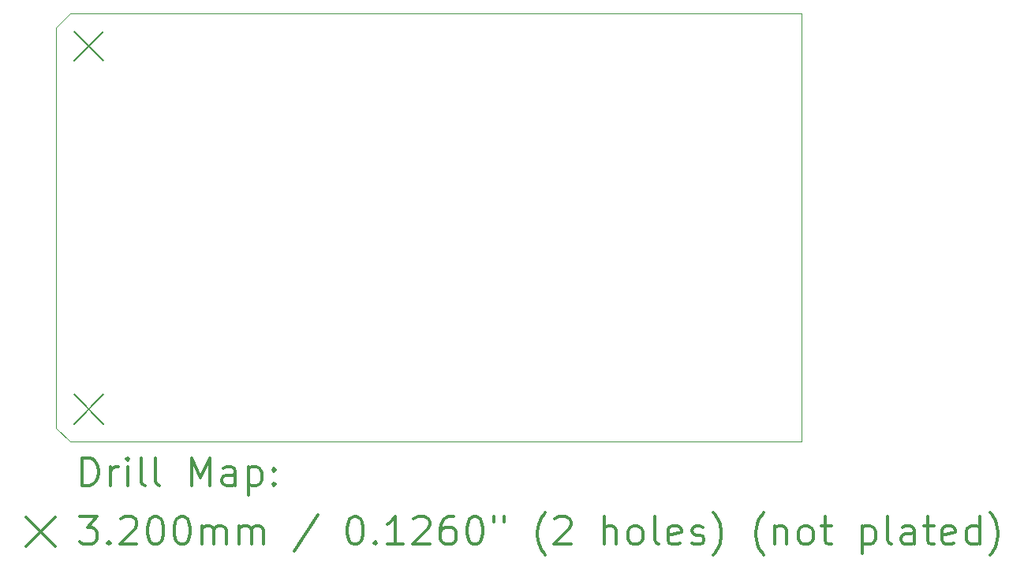
<source format=gbr>
%FSLAX45Y45*%
G04 Gerber Fmt 4.5, Leading zero omitted, Abs format (unit mm)*
G04 Created by KiCad (PCBNEW 5.1.10-88a1d61d58~88~ubuntu20.10.1) date 2021-05-13 17:52:19*
%MOMM*%
%LPD*%
G01*
G04 APERTURE LIST*
%TA.AperFunction,Profile*%
%ADD10C,0.100000*%
%TD*%
%ADD11C,0.200000*%
%ADD12C,0.300000*%
G04 APERTURE END LIST*
D10*
X6316000Y-8164000D02*
X6466000Y-8314000D01*
X6316000Y-3864000D02*
X6466000Y-3714000D01*
X14316000Y-8314000D02*
X6466000Y-8314000D01*
X14316000Y-3714000D02*
X14316000Y-8314000D01*
X6466000Y-3714000D02*
X14316000Y-3714000D01*
X6316000Y-8164000D02*
X6316000Y-3864000D01*
D11*
X6506000Y-3904000D02*
X6826000Y-4224000D01*
X6826000Y-3904000D02*
X6506000Y-4224000D01*
X6506000Y-7804000D02*
X6826000Y-8124000D01*
X6826000Y-7804000D02*
X6506000Y-8124000D01*
D12*
X6597428Y-8784714D02*
X6597428Y-8484714D01*
X6668857Y-8484714D01*
X6711714Y-8499000D01*
X6740286Y-8527572D01*
X6754571Y-8556143D01*
X6768857Y-8613286D01*
X6768857Y-8656143D01*
X6754571Y-8713286D01*
X6740286Y-8741857D01*
X6711714Y-8770429D01*
X6668857Y-8784714D01*
X6597428Y-8784714D01*
X6897428Y-8784714D02*
X6897428Y-8584714D01*
X6897428Y-8641857D02*
X6911714Y-8613286D01*
X6926000Y-8599000D01*
X6954571Y-8584714D01*
X6983143Y-8584714D01*
X7083143Y-8784714D02*
X7083143Y-8584714D01*
X7083143Y-8484714D02*
X7068857Y-8499000D01*
X7083143Y-8513286D01*
X7097428Y-8499000D01*
X7083143Y-8484714D01*
X7083143Y-8513286D01*
X7268857Y-8784714D02*
X7240286Y-8770429D01*
X7226000Y-8741857D01*
X7226000Y-8484714D01*
X7426000Y-8784714D02*
X7397428Y-8770429D01*
X7383143Y-8741857D01*
X7383143Y-8484714D01*
X7768857Y-8784714D02*
X7768857Y-8484714D01*
X7868857Y-8699000D01*
X7968857Y-8484714D01*
X7968857Y-8784714D01*
X8240286Y-8784714D02*
X8240286Y-8627572D01*
X8226000Y-8599000D01*
X8197428Y-8584714D01*
X8140286Y-8584714D01*
X8111714Y-8599000D01*
X8240286Y-8770429D02*
X8211714Y-8784714D01*
X8140286Y-8784714D01*
X8111714Y-8770429D01*
X8097428Y-8741857D01*
X8097428Y-8713286D01*
X8111714Y-8684714D01*
X8140286Y-8670429D01*
X8211714Y-8670429D01*
X8240286Y-8656143D01*
X8383143Y-8584714D02*
X8383143Y-8884714D01*
X8383143Y-8599000D02*
X8411714Y-8584714D01*
X8468857Y-8584714D01*
X8497428Y-8599000D01*
X8511714Y-8613286D01*
X8526000Y-8641857D01*
X8526000Y-8727572D01*
X8511714Y-8756143D01*
X8497428Y-8770429D01*
X8468857Y-8784714D01*
X8411714Y-8784714D01*
X8383143Y-8770429D01*
X8654571Y-8756143D02*
X8668857Y-8770429D01*
X8654571Y-8784714D01*
X8640286Y-8770429D01*
X8654571Y-8756143D01*
X8654571Y-8784714D01*
X8654571Y-8599000D02*
X8668857Y-8613286D01*
X8654571Y-8627572D01*
X8640286Y-8613286D01*
X8654571Y-8599000D01*
X8654571Y-8627572D01*
X5991000Y-9119000D02*
X6311000Y-9439000D01*
X6311000Y-9119000D02*
X5991000Y-9439000D01*
X6568857Y-9114714D02*
X6754571Y-9114714D01*
X6654571Y-9229000D01*
X6697428Y-9229000D01*
X6726000Y-9243286D01*
X6740286Y-9257572D01*
X6754571Y-9286143D01*
X6754571Y-9357572D01*
X6740286Y-9386143D01*
X6726000Y-9400429D01*
X6697428Y-9414714D01*
X6611714Y-9414714D01*
X6583143Y-9400429D01*
X6568857Y-9386143D01*
X6883143Y-9386143D02*
X6897428Y-9400429D01*
X6883143Y-9414714D01*
X6868857Y-9400429D01*
X6883143Y-9386143D01*
X6883143Y-9414714D01*
X7011714Y-9143286D02*
X7026000Y-9129000D01*
X7054571Y-9114714D01*
X7126000Y-9114714D01*
X7154571Y-9129000D01*
X7168857Y-9143286D01*
X7183143Y-9171857D01*
X7183143Y-9200429D01*
X7168857Y-9243286D01*
X6997428Y-9414714D01*
X7183143Y-9414714D01*
X7368857Y-9114714D02*
X7397428Y-9114714D01*
X7426000Y-9129000D01*
X7440286Y-9143286D01*
X7454571Y-9171857D01*
X7468857Y-9229000D01*
X7468857Y-9300429D01*
X7454571Y-9357572D01*
X7440286Y-9386143D01*
X7426000Y-9400429D01*
X7397428Y-9414714D01*
X7368857Y-9414714D01*
X7340286Y-9400429D01*
X7326000Y-9386143D01*
X7311714Y-9357572D01*
X7297428Y-9300429D01*
X7297428Y-9229000D01*
X7311714Y-9171857D01*
X7326000Y-9143286D01*
X7340286Y-9129000D01*
X7368857Y-9114714D01*
X7654571Y-9114714D02*
X7683143Y-9114714D01*
X7711714Y-9129000D01*
X7726000Y-9143286D01*
X7740286Y-9171857D01*
X7754571Y-9229000D01*
X7754571Y-9300429D01*
X7740286Y-9357572D01*
X7726000Y-9386143D01*
X7711714Y-9400429D01*
X7683143Y-9414714D01*
X7654571Y-9414714D01*
X7626000Y-9400429D01*
X7611714Y-9386143D01*
X7597428Y-9357572D01*
X7583143Y-9300429D01*
X7583143Y-9229000D01*
X7597428Y-9171857D01*
X7611714Y-9143286D01*
X7626000Y-9129000D01*
X7654571Y-9114714D01*
X7883143Y-9414714D02*
X7883143Y-9214714D01*
X7883143Y-9243286D02*
X7897428Y-9229000D01*
X7926000Y-9214714D01*
X7968857Y-9214714D01*
X7997428Y-9229000D01*
X8011714Y-9257572D01*
X8011714Y-9414714D01*
X8011714Y-9257572D02*
X8026000Y-9229000D01*
X8054571Y-9214714D01*
X8097428Y-9214714D01*
X8126000Y-9229000D01*
X8140286Y-9257572D01*
X8140286Y-9414714D01*
X8283143Y-9414714D02*
X8283143Y-9214714D01*
X8283143Y-9243286D02*
X8297428Y-9229000D01*
X8326000Y-9214714D01*
X8368857Y-9214714D01*
X8397428Y-9229000D01*
X8411714Y-9257572D01*
X8411714Y-9414714D01*
X8411714Y-9257572D02*
X8426000Y-9229000D01*
X8454571Y-9214714D01*
X8497428Y-9214714D01*
X8526000Y-9229000D01*
X8540286Y-9257572D01*
X8540286Y-9414714D01*
X9126000Y-9100429D02*
X8868857Y-9486143D01*
X9511714Y-9114714D02*
X9540286Y-9114714D01*
X9568857Y-9129000D01*
X9583143Y-9143286D01*
X9597428Y-9171857D01*
X9611714Y-9229000D01*
X9611714Y-9300429D01*
X9597428Y-9357572D01*
X9583143Y-9386143D01*
X9568857Y-9400429D01*
X9540286Y-9414714D01*
X9511714Y-9414714D01*
X9483143Y-9400429D01*
X9468857Y-9386143D01*
X9454571Y-9357572D01*
X9440286Y-9300429D01*
X9440286Y-9229000D01*
X9454571Y-9171857D01*
X9468857Y-9143286D01*
X9483143Y-9129000D01*
X9511714Y-9114714D01*
X9740286Y-9386143D02*
X9754571Y-9400429D01*
X9740286Y-9414714D01*
X9726000Y-9400429D01*
X9740286Y-9386143D01*
X9740286Y-9414714D01*
X10040286Y-9414714D02*
X9868857Y-9414714D01*
X9954571Y-9414714D02*
X9954571Y-9114714D01*
X9926000Y-9157572D01*
X9897428Y-9186143D01*
X9868857Y-9200429D01*
X10154571Y-9143286D02*
X10168857Y-9129000D01*
X10197428Y-9114714D01*
X10268857Y-9114714D01*
X10297428Y-9129000D01*
X10311714Y-9143286D01*
X10326000Y-9171857D01*
X10326000Y-9200429D01*
X10311714Y-9243286D01*
X10140286Y-9414714D01*
X10326000Y-9414714D01*
X10583143Y-9114714D02*
X10526000Y-9114714D01*
X10497428Y-9129000D01*
X10483143Y-9143286D01*
X10454571Y-9186143D01*
X10440286Y-9243286D01*
X10440286Y-9357572D01*
X10454571Y-9386143D01*
X10468857Y-9400429D01*
X10497428Y-9414714D01*
X10554571Y-9414714D01*
X10583143Y-9400429D01*
X10597428Y-9386143D01*
X10611714Y-9357572D01*
X10611714Y-9286143D01*
X10597428Y-9257572D01*
X10583143Y-9243286D01*
X10554571Y-9229000D01*
X10497428Y-9229000D01*
X10468857Y-9243286D01*
X10454571Y-9257572D01*
X10440286Y-9286143D01*
X10797428Y-9114714D02*
X10826000Y-9114714D01*
X10854571Y-9129000D01*
X10868857Y-9143286D01*
X10883143Y-9171857D01*
X10897428Y-9229000D01*
X10897428Y-9300429D01*
X10883143Y-9357572D01*
X10868857Y-9386143D01*
X10854571Y-9400429D01*
X10826000Y-9414714D01*
X10797428Y-9414714D01*
X10768857Y-9400429D01*
X10754571Y-9386143D01*
X10740286Y-9357572D01*
X10726000Y-9300429D01*
X10726000Y-9229000D01*
X10740286Y-9171857D01*
X10754571Y-9143286D01*
X10768857Y-9129000D01*
X10797428Y-9114714D01*
X11011714Y-9114714D02*
X11011714Y-9171857D01*
X11126000Y-9114714D02*
X11126000Y-9171857D01*
X11568857Y-9529000D02*
X11554571Y-9514714D01*
X11526000Y-9471857D01*
X11511714Y-9443286D01*
X11497428Y-9400429D01*
X11483143Y-9329000D01*
X11483143Y-9271857D01*
X11497428Y-9200429D01*
X11511714Y-9157572D01*
X11526000Y-9129000D01*
X11554571Y-9086143D01*
X11568857Y-9071857D01*
X11668857Y-9143286D02*
X11683143Y-9129000D01*
X11711714Y-9114714D01*
X11783143Y-9114714D01*
X11811714Y-9129000D01*
X11826000Y-9143286D01*
X11840286Y-9171857D01*
X11840286Y-9200429D01*
X11826000Y-9243286D01*
X11654571Y-9414714D01*
X11840286Y-9414714D01*
X12197428Y-9414714D02*
X12197428Y-9114714D01*
X12326000Y-9414714D02*
X12326000Y-9257572D01*
X12311714Y-9229000D01*
X12283143Y-9214714D01*
X12240286Y-9214714D01*
X12211714Y-9229000D01*
X12197428Y-9243286D01*
X12511714Y-9414714D02*
X12483143Y-9400429D01*
X12468857Y-9386143D01*
X12454571Y-9357572D01*
X12454571Y-9271857D01*
X12468857Y-9243286D01*
X12483143Y-9229000D01*
X12511714Y-9214714D01*
X12554571Y-9214714D01*
X12583143Y-9229000D01*
X12597428Y-9243286D01*
X12611714Y-9271857D01*
X12611714Y-9357572D01*
X12597428Y-9386143D01*
X12583143Y-9400429D01*
X12554571Y-9414714D01*
X12511714Y-9414714D01*
X12783143Y-9414714D02*
X12754571Y-9400429D01*
X12740286Y-9371857D01*
X12740286Y-9114714D01*
X13011714Y-9400429D02*
X12983143Y-9414714D01*
X12926000Y-9414714D01*
X12897428Y-9400429D01*
X12883143Y-9371857D01*
X12883143Y-9257572D01*
X12897428Y-9229000D01*
X12926000Y-9214714D01*
X12983143Y-9214714D01*
X13011714Y-9229000D01*
X13026000Y-9257572D01*
X13026000Y-9286143D01*
X12883143Y-9314714D01*
X13140286Y-9400429D02*
X13168857Y-9414714D01*
X13226000Y-9414714D01*
X13254571Y-9400429D01*
X13268857Y-9371857D01*
X13268857Y-9357572D01*
X13254571Y-9329000D01*
X13226000Y-9314714D01*
X13183143Y-9314714D01*
X13154571Y-9300429D01*
X13140286Y-9271857D01*
X13140286Y-9257572D01*
X13154571Y-9229000D01*
X13183143Y-9214714D01*
X13226000Y-9214714D01*
X13254571Y-9229000D01*
X13368857Y-9529000D02*
X13383143Y-9514714D01*
X13411714Y-9471857D01*
X13426000Y-9443286D01*
X13440286Y-9400429D01*
X13454571Y-9329000D01*
X13454571Y-9271857D01*
X13440286Y-9200429D01*
X13426000Y-9157572D01*
X13411714Y-9129000D01*
X13383143Y-9086143D01*
X13368857Y-9071857D01*
X13911714Y-9529000D02*
X13897428Y-9514714D01*
X13868857Y-9471857D01*
X13854571Y-9443286D01*
X13840286Y-9400429D01*
X13826000Y-9329000D01*
X13826000Y-9271857D01*
X13840286Y-9200429D01*
X13854571Y-9157572D01*
X13868857Y-9129000D01*
X13897428Y-9086143D01*
X13911714Y-9071857D01*
X14026000Y-9214714D02*
X14026000Y-9414714D01*
X14026000Y-9243286D02*
X14040286Y-9229000D01*
X14068857Y-9214714D01*
X14111714Y-9214714D01*
X14140286Y-9229000D01*
X14154571Y-9257572D01*
X14154571Y-9414714D01*
X14340286Y-9414714D02*
X14311714Y-9400429D01*
X14297428Y-9386143D01*
X14283143Y-9357572D01*
X14283143Y-9271857D01*
X14297428Y-9243286D01*
X14311714Y-9229000D01*
X14340286Y-9214714D01*
X14383143Y-9214714D01*
X14411714Y-9229000D01*
X14426000Y-9243286D01*
X14440286Y-9271857D01*
X14440286Y-9357572D01*
X14426000Y-9386143D01*
X14411714Y-9400429D01*
X14383143Y-9414714D01*
X14340286Y-9414714D01*
X14526000Y-9214714D02*
X14640286Y-9214714D01*
X14568857Y-9114714D02*
X14568857Y-9371857D01*
X14583143Y-9400429D01*
X14611714Y-9414714D01*
X14640286Y-9414714D01*
X14968857Y-9214714D02*
X14968857Y-9514714D01*
X14968857Y-9229000D02*
X14997428Y-9214714D01*
X15054571Y-9214714D01*
X15083143Y-9229000D01*
X15097428Y-9243286D01*
X15111714Y-9271857D01*
X15111714Y-9357572D01*
X15097428Y-9386143D01*
X15083143Y-9400429D01*
X15054571Y-9414714D01*
X14997428Y-9414714D01*
X14968857Y-9400429D01*
X15283143Y-9414714D02*
X15254571Y-9400429D01*
X15240286Y-9371857D01*
X15240286Y-9114714D01*
X15526000Y-9414714D02*
X15526000Y-9257572D01*
X15511714Y-9229000D01*
X15483143Y-9214714D01*
X15426000Y-9214714D01*
X15397428Y-9229000D01*
X15526000Y-9400429D02*
X15497428Y-9414714D01*
X15426000Y-9414714D01*
X15397428Y-9400429D01*
X15383143Y-9371857D01*
X15383143Y-9343286D01*
X15397428Y-9314714D01*
X15426000Y-9300429D01*
X15497428Y-9300429D01*
X15526000Y-9286143D01*
X15626000Y-9214714D02*
X15740286Y-9214714D01*
X15668857Y-9114714D02*
X15668857Y-9371857D01*
X15683143Y-9400429D01*
X15711714Y-9414714D01*
X15740286Y-9414714D01*
X15954571Y-9400429D02*
X15926000Y-9414714D01*
X15868857Y-9414714D01*
X15840286Y-9400429D01*
X15826000Y-9371857D01*
X15826000Y-9257572D01*
X15840286Y-9229000D01*
X15868857Y-9214714D01*
X15926000Y-9214714D01*
X15954571Y-9229000D01*
X15968857Y-9257572D01*
X15968857Y-9286143D01*
X15826000Y-9314714D01*
X16226000Y-9414714D02*
X16226000Y-9114714D01*
X16226000Y-9400429D02*
X16197428Y-9414714D01*
X16140286Y-9414714D01*
X16111714Y-9400429D01*
X16097428Y-9386143D01*
X16083143Y-9357572D01*
X16083143Y-9271857D01*
X16097428Y-9243286D01*
X16111714Y-9229000D01*
X16140286Y-9214714D01*
X16197428Y-9214714D01*
X16226000Y-9229000D01*
X16340286Y-9529000D02*
X16354571Y-9514714D01*
X16383143Y-9471857D01*
X16397428Y-9443286D01*
X16411714Y-9400429D01*
X16426000Y-9329000D01*
X16426000Y-9271857D01*
X16411714Y-9200429D01*
X16397428Y-9157572D01*
X16383143Y-9129000D01*
X16354571Y-9086143D01*
X16340286Y-9071857D01*
M02*

</source>
